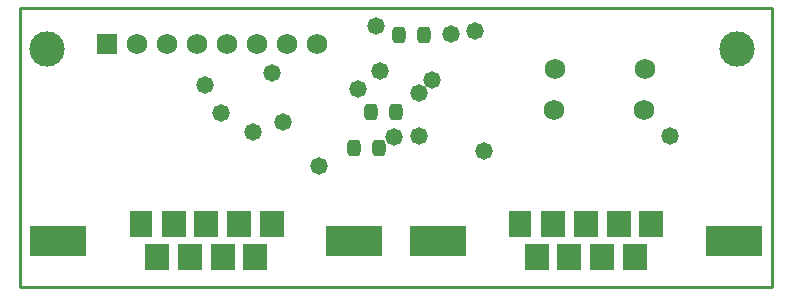
<source format=gbs>
G04 Layer_Color=8150272*
%FSAX24Y24*%
%MOIN*%
G70*
G01*
G75*
%ADD20C,0.0100*%
G04:AMPARAMS|DCode=42|XSize=55.2mil|YSize=43.4mil|CornerRadius=12.9mil|HoleSize=0mil|Usage=FLASHONLY|Rotation=270.000|XOffset=0mil|YOffset=0mil|HoleType=Round|Shape=RoundedRectangle|*
%AMROUNDEDRECTD42*
21,1,0.0552,0.0177,0,0,270.0*
21,1,0.0295,0.0434,0,0,270.0*
1,1,0.0257,-0.0089,-0.0148*
1,1,0.0257,-0.0089,0.0148*
1,1,0.0257,0.0089,0.0148*
1,1,0.0257,0.0089,-0.0148*
%
%ADD42ROUNDEDRECTD42*%
%ADD43R,0.0690X0.0690*%
%ADD44C,0.0690*%
%ADD45C,0.0680*%
G04:AMPARAMS|DCode=46|XSize=88mil|YSize=78mil|CornerRadius=0mil|HoleSize=0mil|Usage=FLASHONLY|Rotation=270.000|XOffset=0mil|YOffset=0mil|HoleType=Round|Shape=RoundedRectangle|*
%AMROUNDEDRECTD46*
21,1,0.0880,0.0780,0,0,270.0*
21,1,0.0880,0.0780,0,0,270.0*
1,1,0.0000,-0.0390,-0.0440*
1,1,0.0000,-0.0390,0.0440*
1,1,0.0000,0.0390,0.0440*
1,1,0.0000,0.0390,-0.0440*
%
%ADD46ROUNDEDRECTD46*%
G04:AMPARAMS|DCode=47|XSize=98mil|YSize=188mil|CornerRadius=0mil|HoleSize=0mil|Usage=FLASHONLY|Rotation=270.000|XOffset=0mil|YOffset=0mil|HoleType=Round|Shape=RoundedRectangle|*
%AMROUNDEDRECTD47*
21,1,0.0980,0.1880,0,0,270.0*
21,1,0.0980,0.1880,0,0,270.0*
1,1,0.0000,-0.0940,-0.0490*
1,1,0.0000,-0.0940,0.0490*
1,1,0.0000,0.0940,0.0490*
1,1,0.0000,0.0940,-0.0490*
%
%ADD47ROUNDEDRECTD47*%
%ADD48R,0.0780X0.0880*%
%ADD49C,0.1180*%
%ADD50C,0.0580*%
D20*
X017100Y016750D02*
Y026050D01*
Y016750D02*
X042150D01*
Y026050D01*
X017100D02*
X042150D01*
D42*
X028237Y021400D02*
D03*
X029063D02*
D03*
X030563Y025150D02*
D03*
X029737D02*
D03*
X029613Y022600D02*
D03*
X028787D02*
D03*
D43*
X020000Y024850D02*
D03*
D44*
X021000D02*
D03*
X022000D02*
D03*
X023000D02*
D03*
X024000D02*
D03*
X025000D02*
D03*
X026000D02*
D03*
X027000D02*
D03*
D45*
X037922Y024027D02*
D03*
X034922D02*
D03*
X037900Y022650D02*
D03*
X034900D02*
D03*
D46*
X024930Y017750D02*
D03*
X022750D02*
D03*
X025480Y018850D02*
D03*
X022210D02*
D03*
X021660Y017750D02*
D03*
X023300Y018850D02*
D03*
X024390D02*
D03*
X023840Y017750D02*
D03*
X037580D02*
D03*
X035400D02*
D03*
X038130Y018850D02*
D03*
X034860D02*
D03*
X034310Y017750D02*
D03*
X035950Y018850D02*
D03*
X037040D02*
D03*
X036490Y017750D02*
D03*
D47*
X018370Y018300D02*
D03*
X028230D02*
D03*
X031020D02*
D03*
X040880D02*
D03*
D48*
X021120Y018850D02*
D03*
X033770D02*
D03*
D49*
X018000Y024700D02*
D03*
X041000D02*
D03*
D50*
X028348Y023360D02*
D03*
X030820Y023660D02*
D03*
X030396Y023230D02*
D03*
X024850Y021920D02*
D03*
X031450Y025200D02*
D03*
X032550Y021300D02*
D03*
X032250Y025300D02*
D03*
X038750Y021800D02*
D03*
X023800Y022550D02*
D03*
X028950Y025450D02*
D03*
X029100Y023950D02*
D03*
X023250Y023500D02*
D03*
X025850Y022250D02*
D03*
X025500Y023900D02*
D03*
X029557Y021750D02*
D03*
X030400Y021800D02*
D03*
X027041Y020809D02*
D03*
M02*

</source>
